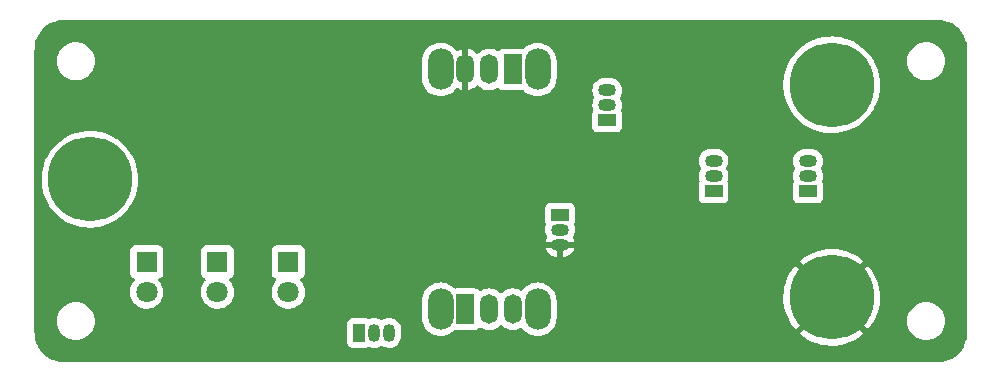
<source format=gbr>
%TF.GenerationSoftware,KiCad,Pcbnew,(6.99.0-143-g3f711b8958)*%
%TF.CreationDate,2021-12-29T15:34:20+01:00*%
%TF.ProjectId,Logic_Probe,4c6f6769-635f-4507-926f-62652e6b6963,rev?*%
%TF.SameCoordinates,Original*%
%TF.FileFunction,Copper,L2,Bot*%
%TF.FilePolarity,Positive*%
%FSLAX46Y46*%
G04 Gerber Fmt 4.6, Leading zero omitted, Abs format (unit mm)*
G04 Created by KiCad (PCBNEW (6.99.0-143-g3f711b8958)) date 2021-12-29 15:34:20*
%MOMM*%
%LPD*%
G01*
G04 APERTURE LIST*
%TA.AperFunction,ComponentPad*%
%ADD10C,7.160000*%
%TD*%
%TA.AperFunction,ComponentPad*%
%ADD11R,1.050000X1.500000*%
%TD*%
%TA.AperFunction,ComponentPad*%
%ADD12O,1.050000X1.500000*%
%TD*%
%TA.AperFunction,ComponentPad*%
%ADD13R,1.500000X1.050000*%
%TD*%
%TA.AperFunction,ComponentPad*%
%ADD14O,1.500000X1.050000*%
%TD*%
%TA.AperFunction,ComponentPad*%
%ADD15O,2.200000X3.500000*%
%TD*%
%TA.AperFunction,ComponentPad*%
%ADD16R,1.500000X2.500000*%
%TD*%
%TA.AperFunction,ComponentPad*%
%ADD17O,1.500000X2.500000*%
%TD*%
%TA.AperFunction,ComponentPad*%
%ADD18R,1.800000X1.800000*%
%TD*%
%TA.AperFunction,ComponentPad*%
%ADD19C,1.800000*%
%TD*%
G04 APERTURE END LIST*
D10*
%TO.P,J3,1,Pin_1*%
%TO.N,Net-(D9-A)*%
X239000000Y-72000000D03*
%TD*%
D11*
%TO.P,Q5,1,E*%
%TO.N,VCC*%
X199000000Y-93000000D03*
D12*
%TO.P,Q5,2,B*%
%TO.N,Net-(Q5-B)*%
X200270000Y-93000000D03*
%TO.P,Q5,3,C*%
%TO.N,Net-(Q5-C)*%
X201540000Y-93000000D03*
%TD*%
D13*
%TO.P,Q1,1,E*%
%TO.N,Net-(Q1-E)*%
X237000000Y-81000000D03*
D14*
%TO.P,Q1,2,B*%
%TO.N,Net-(Q1-B)*%
X237000000Y-79730000D03*
%TO.P,Q1,3,C*%
%TO.N,Net-(D3-K)*%
X237000000Y-78460000D03*
%TD*%
D15*
%TO.P,SW2,*%
%TO.N,*%
X205900000Y-91000000D03*
X214100000Y-91000000D03*
D16*
%TO.P,SW2,1,A*%
%TO.N,unconnected-(SW2-A)*%
X208000000Y-91000000D03*
D17*
%TO.P,SW2,2,B*%
%TO.N,Net-(Q5-C)*%
X210000000Y-91000000D03*
%TO.P,SW2,3,C*%
%TO.N,Net-(SW2-C)*%
X212000000Y-91000000D03*
%TD*%
D10*
%TO.P,J1,1,Pin_1*%
%TO.N,Net-(J1-Pin_1)*%
X176200000Y-80000000D03*
%TD*%
D13*
%TO.P,Q4,1,E*%
%TO.N,Net-(Q2-E)*%
X216000000Y-83000000D03*
D14*
%TO.P,Q4,2,B*%
%TO.N,Net-(Q2-B)*%
X216000000Y-84270000D03*
%TO.P,Q4,3,C*%
%TO.N,GND*%
X216000000Y-85540000D03*
%TD*%
D15*
%TO.P,SW1,*%
%TO.N,*%
X214100000Y-70702500D03*
X205900000Y-70702500D03*
D16*
%TO.P,SW1,1,A*%
%TO.N,Net-(SW1-A)*%
X212000000Y-70702500D03*
D17*
%TO.P,SW1,2,B*%
%TO.N,Net-(SW1-B)*%
X210000000Y-70702500D03*
%TO.P,SW1,3,C*%
%TO.N,GND*%
X208000000Y-70702500D03*
%TD*%
D10*
%TO.P,J2,1,Pin_1*%
%TO.N,GND*%
X239000000Y-90000000D03*
%TD*%
D18*
%TO.P,D6,1,K*%
%TO.N,Net-(D6-K)*%
X181000000Y-87000000D03*
D19*
%TO.P,D6,2,A*%
%TO.N,Net-(D6-A)*%
X181000000Y-89540000D03*
%TD*%
D13*
%TO.P,Q2,1,E*%
%TO.N,Net-(Q2-E)*%
X220000000Y-75000000D03*
D14*
%TO.P,Q2,2,B*%
%TO.N,Net-(Q2-B)*%
X220000000Y-73730000D03*
%TO.P,Q2,3,C*%
%TO.N,VCC*%
X220000000Y-72460000D03*
%TD*%
D18*
%TO.P,D8,1,K*%
%TO.N,Net-(D8-K)*%
X193000000Y-87000000D03*
D19*
%TO.P,D8,2,A*%
%TO.N,Net-(D8-A)*%
X193000000Y-89540000D03*
%TD*%
D13*
%TO.P,Q3,1,E*%
%TO.N,Net-(D5-K)*%
X229000000Y-81000000D03*
D14*
%TO.P,Q3,2,B*%
%TO.N,Net-(D3-K)*%
X229000000Y-79730000D03*
%TO.P,Q3,3,C*%
%TO.N,Net-(Q1-B)*%
X229000000Y-78460000D03*
%TD*%
D18*
%TO.P,D4,1,K*%
%TO.N,Net-(D4-K)*%
X187000000Y-87000000D03*
D19*
%TO.P,D4,2,A*%
%TO.N,Net-(D4-A)*%
X187000000Y-89540000D03*
%TD*%
%TA.AperFunction,Conductor*%
%TO.N,GND*%
G36*
X247970057Y-66509500D02*
G01*
X247984858Y-66511805D01*
X247984861Y-66511805D01*
X247993730Y-66513186D01*
X248010899Y-66510941D01*
X248034839Y-66510108D01*
X248292770Y-66525710D01*
X248307874Y-66527544D01*
X248378648Y-66540514D01*
X248588879Y-66579040D01*
X248603641Y-66582678D01*
X248876408Y-66667675D01*
X248890627Y-66673069D01*
X249151140Y-66790316D01*
X249164609Y-66797385D01*
X249409095Y-66945182D01*
X249421617Y-66953825D01*
X249646507Y-67130016D01*
X249657895Y-67140106D01*
X249859894Y-67342105D01*
X249869984Y-67353493D01*
X250046175Y-67578383D01*
X250054818Y-67590905D01*
X250202615Y-67835391D01*
X250209684Y-67848860D01*
X250318522Y-68090688D01*
X250326930Y-68109370D01*
X250332325Y-68123592D01*
X250415809Y-68391500D01*
X250417321Y-68396353D01*
X250420960Y-68411121D01*
X250430713Y-68464340D01*
X250472456Y-68692126D01*
X250474290Y-68707230D01*
X250489455Y-68957929D01*
X250488198Y-68984639D01*
X250488195Y-68984859D01*
X250486814Y-68993730D01*
X250487978Y-69002632D01*
X250487978Y-69002635D01*
X250490936Y-69025251D01*
X250492000Y-69041589D01*
X250492000Y-92950672D01*
X250490500Y-92970056D01*
X250486814Y-92993730D01*
X250488454Y-93006270D01*
X250489059Y-93010897D01*
X250489892Y-93034839D01*
X250474290Y-93292770D01*
X250472456Y-93307874D01*
X250465788Y-93344259D01*
X250423656Y-93574174D01*
X250420962Y-93588873D01*
X250417322Y-93603641D01*
X250332326Y-93876404D01*
X250326931Y-93890627D01*
X250229964Y-94106081D01*
X250209686Y-94151136D01*
X250202615Y-94164609D01*
X250054818Y-94409095D01*
X250046175Y-94421617D01*
X249869984Y-94646507D01*
X249859894Y-94657895D01*
X249657895Y-94859894D01*
X249646507Y-94869984D01*
X249421617Y-95046175D01*
X249409095Y-95054818D01*
X249164609Y-95202615D01*
X249151140Y-95209684D01*
X248890630Y-95326930D01*
X248876408Y-95332325D01*
X248603641Y-95417322D01*
X248588879Y-95420960D01*
X248378648Y-95459486D01*
X248307874Y-95472456D01*
X248292770Y-95474290D01*
X248042071Y-95489455D01*
X248015361Y-95488198D01*
X248015141Y-95488195D01*
X248006270Y-95486814D01*
X247997368Y-95487978D01*
X247997365Y-95487978D01*
X247974749Y-95490936D01*
X247958411Y-95492000D01*
X174049328Y-95492000D01*
X174029943Y-95490500D01*
X174015142Y-95488195D01*
X174015139Y-95488195D01*
X174006270Y-95486814D01*
X173989101Y-95489059D01*
X173965161Y-95489892D01*
X173707230Y-95474290D01*
X173692126Y-95472456D01*
X173621352Y-95459486D01*
X173411121Y-95420960D01*
X173396359Y-95417322D01*
X173123592Y-95332325D01*
X173109370Y-95326930D01*
X172848860Y-95209684D01*
X172835391Y-95202615D01*
X172590905Y-95054818D01*
X172578383Y-95046175D01*
X172353493Y-94869984D01*
X172342105Y-94859894D01*
X172140106Y-94657895D01*
X172130016Y-94646507D01*
X171953825Y-94421617D01*
X171945182Y-94409095D01*
X171797385Y-94164609D01*
X171790314Y-94151136D01*
X171770037Y-94106081D01*
X171673069Y-93890627D01*
X171667674Y-93876404D01*
X171643284Y-93798134D01*
X197966500Y-93798134D01*
X197973255Y-93860316D01*
X198024385Y-93996705D01*
X198111739Y-94113261D01*
X198228295Y-94200615D01*
X198364684Y-94251745D01*
X198426866Y-94258500D01*
X199573134Y-94258500D01*
X199635316Y-94251745D01*
X199676623Y-94236260D01*
X199763296Y-94203768D01*
X199763299Y-94203766D01*
X199771705Y-94200615D01*
X199778894Y-94195227D01*
X199779137Y-94195094D01*
X199848494Y-94179924D01*
X199876907Y-94185248D01*
X200061180Y-94242290D01*
X200067305Y-94242934D01*
X200067306Y-94242934D01*
X200256622Y-94262832D01*
X200256623Y-94262832D01*
X200262750Y-94263476D01*
X200346014Y-94255898D01*
X200458457Y-94245665D01*
X200458460Y-94245664D01*
X200464596Y-94245106D01*
X200470502Y-94243368D01*
X200470506Y-94243367D01*
X200653120Y-94189620D01*
X200653119Y-94189620D01*
X200659029Y-94187881D01*
X200664486Y-94185028D01*
X200664489Y-94185027D01*
X200801765Y-94113261D01*
X200838460Y-94094077D01*
X200838462Y-94094077D01*
X200838645Y-94093981D01*
X200838663Y-94094016D01*
X200904441Y-94074111D01*
X200965409Y-94089271D01*
X201137565Y-94182356D01*
X201206733Y-94203767D01*
X201325293Y-94240468D01*
X201325296Y-94240469D01*
X201331180Y-94242290D01*
X201337305Y-94242934D01*
X201337306Y-94242934D01*
X201526622Y-94262832D01*
X201526623Y-94262832D01*
X201532750Y-94263476D01*
X201616014Y-94255898D01*
X201728457Y-94245665D01*
X201728460Y-94245664D01*
X201734596Y-94245106D01*
X201740502Y-94243368D01*
X201740506Y-94243367D01*
X201923120Y-94189620D01*
X201923119Y-94189620D01*
X201929029Y-94187881D01*
X201934486Y-94185028D01*
X201934489Y-94185027D01*
X202071765Y-94113261D01*
X202108645Y-94093981D01*
X202266601Y-93966981D01*
X202396881Y-93811719D01*
X202399845Y-93806327D01*
X202399848Y-93806323D01*
X202491556Y-93639506D01*
X202494523Y-93634109D01*
X202555807Y-93440916D01*
X202573500Y-93283183D01*
X202573500Y-92723996D01*
X202558723Y-92573287D01*
X202500142Y-92379258D01*
X202404990Y-92200302D01*
X202276890Y-92043237D01*
X202230585Y-92004930D01*
X202125472Y-91917973D01*
X202125469Y-91917971D01*
X202120722Y-91914044D01*
X201942435Y-91817644D01*
X201845628Y-91787677D01*
X201754707Y-91759532D01*
X201754704Y-91759531D01*
X201748820Y-91757710D01*
X201742695Y-91757066D01*
X201742694Y-91757066D01*
X201553378Y-91737168D01*
X201553377Y-91737168D01*
X201547250Y-91736524D01*
X201463986Y-91744102D01*
X201351543Y-91754335D01*
X201351540Y-91754336D01*
X201345404Y-91754894D01*
X201339498Y-91756632D01*
X201339494Y-91756633D01*
X201204947Y-91796233D01*
X201150971Y-91812119D01*
X201145514Y-91814972D01*
X201145511Y-91814973D01*
X201061163Y-91859069D01*
X200971540Y-91905923D01*
X200971538Y-91905923D01*
X200971355Y-91906019D01*
X200971337Y-91905984D01*
X200905559Y-91925889D01*
X200844591Y-91910729D01*
X200835815Y-91905984D01*
X200672435Y-91817644D01*
X200575628Y-91787677D01*
X200484707Y-91759532D01*
X200484704Y-91759531D01*
X200478820Y-91757710D01*
X200472695Y-91757066D01*
X200472694Y-91757066D01*
X200283378Y-91737168D01*
X200283377Y-91737168D01*
X200277250Y-91736524D01*
X200193986Y-91744102D01*
X200081543Y-91754335D01*
X200081540Y-91754336D01*
X200075404Y-91754894D01*
X200069498Y-91756632D01*
X200069494Y-91756633D01*
X199886879Y-91810380D01*
X199886877Y-91810381D01*
X199885493Y-91810788D01*
X199880971Y-91812119D01*
X199880718Y-91811260D01*
X199815338Y-91817714D01*
X199778594Y-91804548D01*
X199771705Y-91799385D01*
X199763304Y-91796236D01*
X199763301Y-91796234D01*
X199646722Y-91752531D01*
X199635316Y-91748255D01*
X199573134Y-91741500D01*
X198426866Y-91741500D01*
X198364684Y-91748255D01*
X198228295Y-91799385D01*
X198111739Y-91886739D01*
X198024385Y-92003295D01*
X197973255Y-92139684D01*
X197966500Y-92201866D01*
X197966500Y-93798134D01*
X171643284Y-93798134D01*
X171582678Y-93603641D01*
X171579038Y-93588873D01*
X171576345Y-93574174D01*
X171534212Y-93344259D01*
X171527544Y-93307874D01*
X171525710Y-93292770D01*
X171510545Y-93042071D01*
X171511802Y-93015361D01*
X171511805Y-93015141D01*
X171513186Y-93006270D01*
X171511547Y-92993730D01*
X171509064Y-92974749D01*
X171508000Y-92958411D01*
X171508000Y-92000000D01*
X173386526Y-92000000D01*
X173406391Y-92252403D01*
X173465495Y-92498591D01*
X173467388Y-92503162D01*
X173467389Y-92503164D01*
X173560138Y-92727079D01*
X173562384Y-92732502D01*
X173694672Y-92948376D01*
X173859102Y-93140898D01*
X174051624Y-93305328D01*
X174267498Y-93437616D01*
X174272068Y-93439509D01*
X174272072Y-93439511D01*
X174496836Y-93532611D01*
X174501409Y-93534505D01*
X174586032Y-93554821D01*
X174742784Y-93592454D01*
X174742790Y-93592455D01*
X174747597Y-93593609D01*
X174847416Y-93601465D01*
X174934345Y-93608307D01*
X174934352Y-93608307D01*
X174936801Y-93608500D01*
X175063199Y-93608500D01*
X175065648Y-93608307D01*
X175065655Y-93608307D01*
X175152584Y-93601465D01*
X175252403Y-93593609D01*
X175257210Y-93592455D01*
X175257216Y-93592454D01*
X175413968Y-93554821D01*
X175498591Y-93534505D01*
X175503164Y-93532611D01*
X175727928Y-93439511D01*
X175727932Y-93439509D01*
X175732502Y-93437616D01*
X175948376Y-93305328D01*
X176140898Y-93140898D01*
X176305328Y-92948376D01*
X176437616Y-92732502D01*
X176439863Y-92727079D01*
X176532611Y-92503164D01*
X176532612Y-92503162D01*
X176534505Y-92498591D01*
X176593609Y-92252403D01*
X176613474Y-92000000D01*
X176593609Y-91747597D01*
X176592146Y-91741500D01*
X176585351Y-91713199D01*
X204291500Y-91713199D01*
X204291693Y-91715648D01*
X204291693Y-91715655D01*
X204298035Y-91796233D01*
X204306391Y-91902403D01*
X204307545Y-91907210D01*
X204307546Y-91907216D01*
X204329822Y-92000000D01*
X204365495Y-92148591D01*
X204367388Y-92153162D01*
X204367389Y-92153164D01*
X204451688Y-92356679D01*
X204462384Y-92382502D01*
X204594672Y-92598376D01*
X204759102Y-92790898D01*
X204951624Y-92955328D01*
X205167498Y-93087616D01*
X205172068Y-93089509D01*
X205172072Y-93089511D01*
X205396836Y-93182611D01*
X205401409Y-93184505D01*
X205486032Y-93204821D01*
X205642784Y-93242454D01*
X205642790Y-93242455D01*
X205647597Y-93243609D01*
X205900000Y-93263474D01*
X206152403Y-93243609D01*
X206157210Y-93242455D01*
X206157216Y-93242454D01*
X206313968Y-93204821D01*
X206398591Y-93184505D01*
X206403164Y-93182611D01*
X206627928Y-93089511D01*
X206627932Y-93089509D01*
X206632502Y-93087616D01*
X206848376Y-92955328D01*
X207040898Y-92790898D01*
X207043093Y-92788328D01*
X207105024Y-92754510D01*
X207145414Y-92752368D01*
X207198467Y-92758131D01*
X207198471Y-92758131D01*
X207201866Y-92758500D01*
X208798134Y-92758500D01*
X208860316Y-92751745D01*
X208996705Y-92700615D01*
X209113261Y-92613261D01*
X209137579Y-92580813D01*
X209194436Y-92538299D01*
X209265254Y-92533273D01*
X209308680Y-92551798D01*
X209386601Y-92604159D01*
X209386610Y-92604164D01*
X209391262Y-92607290D01*
X209596967Y-92697588D01*
X209602418Y-92698897D01*
X209602422Y-92698898D01*
X209809954Y-92748722D01*
X209815411Y-92750032D01*
X209893079Y-92754510D01*
X210034083Y-92762640D01*
X210034086Y-92762640D01*
X210039690Y-92762963D01*
X210262715Y-92735975D01*
X210477435Y-92669918D01*
X210482415Y-92667348D01*
X210482419Y-92667346D01*
X210672081Y-92569454D01*
X210672082Y-92569454D01*
X210677064Y-92566882D01*
X210855292Y-92430123D01*
X210859063Y-92425978D01*
X210859067Y-92425975D01*
X210906480Y-92373869D01*
X210967121Y-92336946D01*
X211038096Y-92338669D01*
X211087358Y-92368183D01*
X211204799Y-92481992D01*
X211391262Y-92607290D01*
X211596967Y-92697588D01*
X211602418Y-92698897D01*
X211602422Y-92698898D01*
X211809954Y-92748722D01*
X211815411Y-92750032D01*
X211893079Y-92754510D01*
X212034083Y-92762640D01*
X212034086Y-92762640D01*
X212039690Y-92762963D01*
X212262715Y-92735975D01*
X212477435Y-92669918D01*
X212482415Y-92667348D01*
X212482419Y-92667346D01*
X212651278Y-92580191D01*
X212720985Y-92566722D01*
X212786909Y-92593077D01*
X212804879Y-92610327D01*
X212955889Y-92787137D01*
X212955894Y-92787142D01*
X212959102Y-92790898D01*
X213151624Y-92955328D01*
X213367498Y-93087616D01*
X213372068Y-93089509D01*
X213372072Y-93089511D01*
X213596836Y-93182611D01*
X213601409Y-93184505D01*
X213686032Y-93204821D01*
X213842784Y-93242454D01*
X213842790Y-93242455D01*
X213847597Y-93243609D01*
X214100000Y-93263474D01*
X214352403Y-93243609D01*
X214357210Y-93242455D01*
X214357216Y-93242454D01*
X214513968Y-93204821D01*
X214598591Y-93184505D01*
X214603164Y-93182611D01*
X214827928Y-93089511D01*
X214827932Y-93089509D01*
X214832502Y-93087616D01*
X214865813Y-93067203D01*
X236298337Y-93067203D01*
X236298392Y-93067983D01*
X236303744Y-93076030D01*
X236345036Y-93114806D01*
X236349746Y-93118814D01*
X236661666Y-93359025D01*
X236666719Y-93362537D01*
X237000619Y-93571180D01*
X237005976Y-93574174D01*
X237358642Y-93749240D01*
X237364282Y-93751704D01*
X237732325Y-93891510D01*
X237738197Y-93893418D01*
X238118143Y-93996647D01*
X238124121Y-93997961D01*
X238512359Y-94063627D01*
X238518445Y-94064352D01*
X238911218Y-94091818D01*
X238917354Y-94091946D01*
X239310932Y-94080953D01*
X239317063Y-94080481D01*
X239707664Y-94031136D01*
X239713737Y-94030066D01*
X240097674Y-93942838D01*
X240103589Y-93941186D01*
X240477180Y-93816909D01*
X240482914Y-93814685D01*
X240842610Y-93654538D01*
X240848079Y-93651775D01*
X241190434Y-93457291D01*
X241195608Y-93454007D01*
X241517336Y-93227053D01*
X241522199Y-93223253D01*
X241691958Y-93076721D01*
X241700376Y-93063678D01*
X241694437Y-93053647D01*
X239012812Y-90372022D01*
X238998868Y-90364408D01*
X238997035Y-90364539D01*
X238990420Y-90368790D01*
X236305951Y-93053259D01*
X236298337Y-93067203D01*
X214865813Y-93067203D01*
X215048376Y-92955328D01*
X215240898Y-92790898D01*
X215405328Y-92598376D01*
X215537616Y-92382502D01*
X215548313Y-92356679D01*
X215632611Y-92153164D01*
X215632612Y-92153162D01*
X215634505Y-92148591D01*
X215670178Y-92000000D01*
X215692454Y-91907216D01*
X215692455Y-91907210D01*
X215693609Y-91902403D01*
X215701965Y-91796233D01*
X215708307Y-91715655D01*
X215708307Y-91715648D01*
X215708500Y-91713199D01*
X215708500Y-90286801D01*
X215693609Y-90097597D01*
X215685765Y-90064922D01*
X215657200Y-89945943D01*
X234907577Y-89945943D01*
X234921317Y-90339410D01*
X234921831Y-90345539D01*
X234973904Y-90735801D01*
X234975014Y-90741848D01*
X235064920Y-91125166D01*
X235066614Y-91131076D01*
X235193498Y-91503793D01*
X235195765Y-91509518D01*
X235358405Y-91868056D01*
X235361226Y-91873546D01*
X235558084Y-92214513D01*
X235561404Y-92219666D01*
X235790611Y-92539818D01*
X235794425Y-92544629D01*
X235923340Y-92691888D01*
X235936554Y-92700286D01*
X235946350Y-92694440D01*
X238627978Y-90012812D01*
X238634356Y-90001132D01*
X239364408Y-90001132D01*
X239364539Y-90002965D01*
X239368790Y-90009580D01*
X242053950Y-92694740D01*
X242067894Y-92702354D01*
X242068909Y-92702282D01*
X242076640Y-92697179D01*
X242096212Y-92676627D01*
X242100222Y-92671981D01*
X242342607Y-92361742D01*
X242346179Y-92356679D01*
X242557128Y-92024276D01*
X242560171Y-92018920D01*
X242569728Y-92000000D01*
X245386526Y-92000000D01*
X245406391Y-92252403D01*
X245465495Y-92498591D01*
X245467388Y-92503162D01*
X245467389Y-92503164D01*
X245560138Y-92727079D01*
X245562384Y-92732502D01*
X245694672Y-92948376D01*
X245859102Y-93140898D01*
X246051624Y-93305328D01*
X246267498Y-93437616D01*
X246272068Y-93439509D01*
X246272072Y-93439511D01*
X246496836Y-93532611D01*
X246501409Y-93534505D01*
X246586032Y-93554821D01*
X246742784Y-93592454D01*
X246742790Y-93592455D01*
X246747597Y-93593609D01*
X246847416Y-93601465D01*
X246934345Y-93608307D01*
X246934352Y-93608307D01*
X246936801Y-93608500D01*
X247063199Y-93608500D01*
X247065648Y-93608307D01*
X247065655Y-93608307D01*
X247152584Y-93601465D01*
X247252403Y-93593609D01*
X247257210Y-93592455D01*
X247257216Y-93592454D01*
X247413968Y-93554821D01*
X247498591Y-93534505D01*
X247503164Y-93532611D01*
X247727928Y-93439511D01*
X247727932Y-93439509D01*
X247732502Y-93437616D01*
X247948376Y-93305328D01*
X248140898Y-93140898D01*
X248305328Y-92948376D01*
X248437616Y-92732502D01*
X248439863Y-92727079D01*
X248532611Y-92503164D01*
X248532612Y-92503162D01*
X248534505Y-92498591D01*
X248593609Y-92252403D01*
X248613474Y-92000000D01*
X248593609Y-91747597D01*
X248592146Y-91741500D01*
X248535660Y-91506221D01*
X248534505Y-91501409D01*
X248437616Y-91267498D01*
X248305328Y-91051624D01*
X248140898Y-90859102D01*
X247948376Y-90694672D01*
X247732502Y-90562384D01*
X247727932Y-90560491D01*
X247727928Y-90560489D01*
X247503164Y-90467389D01*
X247503162Y-90467388D01*
X247498591Y-90465495D01*
X247413968Y-90445179D01*
X247257216Y-90407546D01*
X247257210Y-90407545D01*
X247252403Y-90406391D01*
X247152584Y-90398535D01*
X247065655Y-90391693D01*
X247065648Y-90391693D01*
X247063199Y-90391500D01*
X246936801Y-90391500D01*
X246934352Y-90391693D01*
X246934345Y-90391693D01*
X246847416Y-90398535D01*
X246747597Y-90406391D01*
X246742790Y-90407545D01*
X246742784Y-90407546D01*
X246586032Y-90445179D01*
X246501409Y-90465495D01*
X246496838Y-90467388D01*
X246496836Y-90467389D01*
X246272072Y-90560489D01*
X246272068Y-90560491D01*
X246267498Y-90562384D01*
X246051624Y-90694672D01*
X245859102Y-90859102D01*
X245694672Y-91051624D01*
X245562384Y-91267498D01*
X245465495Y-91501409D01*
X245464340Y-91506221D01*
X245407855Y-91741500D01*
X245406391Y-91747597D01*
X245386526Y-92000000D01*
X242569728Y-92000000D01*
X242737687Y-91667499D01*
X242740195Y-91661864D01*
X242882566Y-91294809D01*
X242884515Y-91288950D01*
X242990390Y-90909748D01*
X242991751Y-90903756D01*
X243060123Y-90516000D01*
X243060891Y-90509924D01*
X243091184Y-90116232D01*
X243091361Y-90112323D01*
X243092902Y-90001974D01*
X243092834Y-89998030D01*
X243073546Y-89603673D01*
X243072945Y-89597548D01*
X243015433Y-89208073D01*
X243014233Y-89202011D01*
X242918990Y-88820015D01*
X242917205Y-88814100D01*
X242785134Y-88443205D01*
X242782791Y-88437521D01*
X242615155Y-88081274D01*
X242612266Y-88075840D01*
X242410668Y-87737658D01*
X242407260Y-87732528D01*
X242173616Y-87415619D01*
X242169738Y-87410864D01*
X242076965Y-87307830D01*
X242063442Y-87299499D01*
X242063365Y-87299500D01*
X242054081Y-87305129D01*
X239372022Y-89987188D01*
X239364408Y-90001132D01*
X238634356Y-90001132D01*
X238635592Y-89998868D01*
X238635461Y-89997035D01*
X238631210Y-89990420D01*
X235947291Y-87306501D01*
X235933347Y-87298887D01*
X235932802Y-87298926D01*
X235924442Y-87304528D01*
X235866729Y-87366852D01*
X235862771Y-87371569D01*
X235624732Y-87685175D01*
X235621254Y-87690253D01*
X235414952Y-88025593D01*
X235411987Y-88030986D01*
X235239395Y-88384852D01*
X235236969Y-88390510D01*
X235099729Y-88759539D01*
X235097871Y-88765396D01*
X234997294Y-89146065D01*
X234996019Y-89152065D01*
X234933070Y-89540723D01*
X234932383Y-89546844D01*
X234907663Y-89939767D01*
X234907577Y-89945943D01*
X215657200Y-89945943D01*
X215635660Y-89856221D01*
X215634505Y-89851409D01*
X215632611Y-89846836D01*
X215539511Y-89622072D01*
X215539509Y-89622068D01*
X215537616Y-89617498D01*
X215405328Y-89401624D01*
X215240898Y-89209102D01*
X215048376Y-89044672D01*
X214832502Y-88912384D01*
X214827932Y-88910491D01*
X214827928Y-88910489D01*
X214603164Y-88817389D01*
X214603162Y-88817388D01*
X214598591Y-88815495D01*
X214513968Y-88795179D01*
X214357216Y-88757546D01*
X214357210Y-88757545D01*
X214352403Y-88756391D01*
X214100000Y-88736526D01*
X213847597Y-88756391D01*
X213842790Y-88757545D01*
X213842784Y-88757546D01*
X213686032Y-88795179D01*
X213601409Y-88815495D01*
X213596838Y-88817388D01*
X213596836Y-88817389D01*
X213372072Y-88910489D01*
X213372068Y-88910491D01*
X213367498Y-88912384D01*
X213151624Y-89044672D01*
X212959102Y-89209102D01*
X212955894Y-89212858D01*
X212804617Y-89389980D01*
X212745166Y-89428789D01*
X212674172Y-89429295D01*
X212638534Y-89412733D01*
X212608738Y-89392710D01*
X212403033Y-89302412D01*
X212397582Y-89301103D01*
X212397578Y-89301102D01*
X212190046Y-89251278D01*
X212190045Y-89251278D01*
X212184589Y-89249968D01*
X212100525Y-89245121D01*
X211965917Y-89237360D01*
X211965914Y-89237360D01*
X211960310Y-89237037D01*
X211737285Y-89264025D01*
X211522565Y-89330082D01*
X211517585Y-89332652D01*
X211517581Y-89332654D01*
X211375790Y-89405838D01*
X211322936Y-89433118D01*
X211144708Y-89569877D01*
X211140937Y-89574022D01*
X211140933Y-89574025D01*
X211093520Y-89626131D01*
X211032879Y-89663054D01*
X210961904Y-89661331D01*
X210912642Y-89631817D01*
X210845207Y-89566467D01*
X210799229Y-89521911D01*
X210799226Y-89521909D01*
X210795201Y-89518008D01*
X210608738Y-89392710D01*
X210403033Y-89302412D01*
X210397582Y-89301103D01*
X210397578Y-89301102D01*
X210190046Y-89251278D01*
X210190045Y-89251278D01*
X210184589Y-89249968D01*
X210100525Y-89245121D01*
X209965917Y-89237360D01*
X209965914Y-89237360D01*
X209960310Y-89237037D01*
X209737285Y-89264025D01*
X209522565Y-89330082D01*
X209517585Y-89332652D01*
X209517581Y-89332654D01*
X209375790Y-89405838D01*
X209322936Y-89433118D01*
X209318488Y-89436531D01*
X209318482Y-89436535D01*
X209312986Y-89440752D01*
X209246766Y-89466352D01*
X209177217Y-89452087D01*
X209135458Y-89416356D01*
X209118641Y-89393918D01*
X209113261Y-89386739D01*
X208996705Y-89299385D01*
X208860316Y-89248255D01*
X208798134Y-89241500D01*
X207201866Y-89241500D01*
X207198471Y-89241869D01*
X207198467Y-89241869D01*
X207145414Y-89247632D01*
X207075531Y-89235103D01*
X207043240Y-89211845D01*
X207040898Y-89209102D01*
X206848376Y-89044672D01*
X206632502Y-88912384D01*
X206627932Y-88910491D01*
X206627928Y-88910489D01*
X206403164Y-88817389D01*
X206403162Y-88817388D01*
X206398591Y-88815495D01*
X206313968Y-88795179D01*
X206157216Y-88757546D01*
X206157210Y-88757545D01*
X206152403Y-88756391D01*
X205900000Y-88736526D01*
X205647597Y-88756391D01*
X205642790Y-88757545D01*
X205642784Y-88757546D01*
X205486032Y-88795179D01*
X205401409Y-88815495D01*
X205396838Y-88817388D01*
X205396836Y-88817389D01*
X205172072Y-88910489D01*
X205172068Y-88910491D01*
X205167498Y-88912384D01*
X204951624Y-89044672D01*
X204759102Y-89209102D01*
X204594672Y-89401624D01*
X204462384Y-89617498D01*
X204460491Y-89622068D01*
X204460489Y-89622072D01*
X204367389Y-89846836D01*
X204365495Y-89851409D01*
X204364340Y-89856221D01*
X204314236Y-90064922D01*
X204306391Y-90097597D01*
X204291500Y-90286801D01*
X204291500Y-91713199D01*
X176585351Y-91713199D01*
X176535660Y-91506221D01*
X176534505Y-91501409D01*
X176437616Y-91267498D01*
X176305328Y-91051624D01*
X176140898Y-90859102D01*
X175948376Y-90694672D01*
X175732502Y-90562384D01*
X175727932Y-90560491D01*
X175727928Y-90560489D01*
X175503164Y-90467389D01*
X175503162Y-90467388D01*
X175498591Y-90465495D01*
X175413968Y-90445179D01*
X175257216Y-90407546D01*
X175257210Y-90407545D01*
X175252403Y-90406391D01*
X175152584Y-90398535D01*
X175065655Y-90391693D01*
X175065648Y-90391693D01*
X175063199Y-90391500D01*
X174936801Y-90391500D01*
X174934352Y-90391693D01*
X174934345Y-90391693D01*
X174847416Y-90398535D01*
X174747597Y-90406391D01*
X174742790Y-90407545D01*
X174742784Y-90407546D01*
X174586032Y-90445179D01*
X174501409Y-90465495D01*
X174496838Y-90467388D01*
X174496836Y-90467389D01*
X174272072Y-90560489D01*
X174272068Y-90560491D01*
X174267498Y-90562384D01*
X174051624Y-90694672D01*
X173859102Y-90859102D01*
X173694672Y-91051624D01*
X173562384Y-91267498D01*
X173465495Y-91501409D01*
X173464340Y-91506221D01*
X173407855Y-91741500D01*
X173406391Y-91747597D01*
X173386526Y-92000000D01*
X171508000Y-92000000D01*
X171508000Y-89505469D01*
X179587095Y-89505469D01*
X179587392Y-89510622D01*
X179587392Y-89510625D01*
X179596181Y-89663054D01*
X179600427Y-89736697D01*
X179601564Y-89741743D01*
X179601565Y-89741749D01*
X179627363Y-89856221D01*
X179651346Y-89962642D01*
X179653288Y-89967424D01*
X179653289Y-89967428D01*
X179708149Y-90102531D01*
X179738484Y-90177237D01*
X179859501Y-90374719D01*
X180011147Y-90549784D01*
X180163785Y-90676507D01*
X180182556Y-90692090D01*
X180189349Y-90697730D01*
X180389322Y-90814584D01*
X180605694Y-90897209D01*
X180610760Y-90898240D01*
X180610761Y-90898240D01*
X180637873Y-90903756D01*
X180832656Y-90943385D01*
X180963324Y-90948176D01*
X181058949Y-90951683D01*
X181058953Y-90951683D01*
X181064113Y-90951872D01*
X181069233Y-90951216D01*
X181069235Y-90951216D01*
X181142270Y-90941860D01*
X181293847Y-90922442D01*
X181298795Y-90920957D01*
X181298802Y-90920956D01*
X181510747Y-90857369D01*
X181515690Y-90855886D01*
X181596236Y-90816427D01*
X181719049Y-90756262D01*
X181719052Y-90756260D01*
X181723684Y-90753991D01*
X181912243Y-90619494D01*
X182076303Y-90456005D01*
X182211458Y-90267917D01*
X182258641Y-90172450D01*
X182311784Y-90064922D01*
X182311785Y-90064920D01*
X182314078Y-90060280D01*
X182381408Y-89838671D01*
X182411640Y-89609041D01*
X182413327Y-89540000D01*
X182410488Y-89505469D01*
X185587095Y-89505469D01*
X185587392Y-89510622D01*
X185587392Y-89510625D01*
X185596181Y-89663054D01*
X185600427Y-89736697D01*
X185601564Y-89741743D01*
X185601565Y-89741749D01*
X185627363Y-89856221D01*
X185651346Y-89962642D01*
X185653288Y-89967424D01*
X185653289Y-89967428D01*
X185708149Y-90102531D01*
X185738484Y-90177237D01*
X185859501Y-90374719D01*
X186011147Y-90549784D01*
X186163785Y-90676507D01*
X186182556Y-90692090D01*
X186189349Y-90697730D01*
X186389322Y-90814584D01*
X186605694Y-90897209D01*
X186610760Y-90898240D01*
X186610761Y-90898240D01*
X186637873Y-90903756D01*
X186832656Y-90943385D01*
X186963324Y-90948176D01*
X187058949Y-90951683D01*
X187058953Y-90951683D01*
X187064113Y-90951872D01*
X187069233Y-90951216D01*
X187069235Y-90951216D01*
X187142270Y-90941860D01*
X187293847Y-90922442D01*
X187298795Y-90920957D01*
X187298802Y-90920956D01*
X187510747Y-90857369D01*
X187515690Y-90855886D01*
X187596236Y-90816427D01*
X187719049Y-90756262D01*
X187719052Y-90756260D01*
X187723684Y-90753991D01*
X187912243Y-90619494D01*
X188076303Y-90456005D01*
X188211458Y-90267917D01*
X188258641Y-90172450D01*
X188311784Y-90064922D01*
X188311785Y-90064920D01*
X188314078Y-90060280D01*
X188381408Y-89838671D01*
X188411640Y-89609041D01*
X188413327Y-89540000D01*
X188410488Y-89505469D01*
X191587095Y-89505469D01*
X191587392Y-89510622D01*
X191587392Y-89510625D01*
X191596181Y-89663054D01*
X191600427Y-89736697D01*
X191601564Y-89741743D01*
X191601565Y-89741749D01*
X191627363Y-89856221D01*
X191651346Y-89962642D01*
X191653288Y-89967424D01*
X191653289Y-89967428D01*
X191708149Y-90102531D01*
X191738484Y-90177237D01*
X191859501Y-90374719D01*
X192011147Y-90549784D01*
X192163785Y-90676507D01*
X192182556Y-90692090D01*
X192189349Y-90697730D01*
X192389322Y-90814584D01*
X192605694Y-90897209D01*
X192610760Y-90898240D01*
X192610761Y-90898240D01*
X192637873Y-90903756D01*
X192832656Y-90943385D01*
X192963324Y-90948176D01*
X193058949Y-90951683D01*
X193058953Y-90951683D01*
X193064113Y-90951872D01*
X193069233Y-90951216D01*
X193069235Y-90951216D01*
X193142270Y-90941860D01*
X193293847Y-90922442D01*
X193298795Y-90920957D01*
X193298802Y-90920956D01*
X193510747Y-90857369D01*
X193515690Y-90855886D01*
X193596236Y-90816427D01*
X193719049Y-90756262D01*
X193719052Y-90756260D01*
X193723684Y-90753991D01*
X193912243Y-90619494D01*
X194076303Y-90456005D01*
X194211458Y-90267917D01*
X194258641Y-90172450D01*
X194311784Y-90064922D01*
X194311785Y-90064920D01*
X194314078Y-90060280D01*
X194381408Y-89838671D01*
X194411640Y-89609041D01*
X194413327Y-89540000D01*
X194403162Y-89416356D01*
X194394773Y-89314318D01*
X194394772Y-89314312D01*
X194394349Y-89309167D01*
X194337925Y-89084533D01*
X194335866Y-89079797D01*
X194247630Y-88876868D01*
X194247628Y-88876865D01*
X194245570Y-88872131D01*
X194119764Y-88677665D01*
X194029848Y-88578848D01*
X193998796Y-88515002D01*
X194007192Y-88444504D01*
X194052369Y-88389736D01*
X194078812Y-88376067D01*
X194138297Y-88353767D01*
X194146705Y-88350615D01*
X194263261Y-88263261D01*
X194350615Y-88146705D01*
X194401745Y-88010316D01*
X194408500Y-87948134D01*
X194408500Y-86936645D01*
X236299665Y-86936645D01*
X236305415Y-86946205D01*
X238987188Y-89627978D01*
X239001132Y-89635592D01*
X239002965Y-89635461D01*
X239009580Y-89631210D01*
X241693089Y-86947701D01*
X241700703Y-86933757D01*
X241700681Y-86933446D01*
X241694829Y-86924779D01*
X241611197Y-86848411D01*
X241606473Y-86844503D01*
X241291206Y-86608654D01*
X241286100Y-86605210D01*
X240949325Y-86401251D01*
X240943929Y-86398334D01*
X240588846Y-86228207D01*
X240583179Y-86225825D01*
X240213211Y-86091168D01*
X240207323Y-86089346D01*
X239825982Y-85991433D01*
X239819959Y-85990197D01*
X239430876Y-85929963D01*
X239424751Y-85929319D01*
X239031644Y-85907342D01*
X239025492Y-85907299D01*
X238632127Y-85923786D01*
X238626001Y-85924343D01*
X238236114Y-85979138D01*
X238230061Y-85980293D01*
X237847385Y-86072872D01*
X237841488Y-86074608D01*
X237469676Y-86204086D01*
X237463963Y-86206394D01*
X237106559Y-86371538D01*
X237101105Y-86374390D01*
X236761517Y-86573624D01*
X236756370Y-86576993D01*
X236437836Y-86808421D01*
X236433058Y-86812262D01*
X236308042Y-86923257D01*
X236299665Y-86936645D01*
X194408500Y-86936645D01*
X194408500Y-86051866D01*
X194401745Y-85989684D01*
X194350615Y-85853295D01*
X194314995Y-85805768D01*
X214776363Y-85805768D01*
X214810846Y-85922932D01*
X214815439Y-85934300D01*
X214903586Y-86102911D01*
X214910302Y-86113173D01*
X215029515Y-86261443D01*
X215038103Y-86270213D01*
X215183838Y-86392499D01*
X215193969Y-86399437D01*
X215360692Y-86491094D01*
X215371962Y-86495924D01*
X215553315Y-86553452D01*
X215565309Y-86556002D01*
X215713350Y-86572607D01*
X215720374Y-86573000D01*
X215727885Y-86573000D01*
X215743124Y-86568525D01*
X215744329Y-86567135D01*
X215746000Y-86559452D01*
X215746000Y-86554885D01*
X216254000Y-86554885D01*
X216258475Y-86570124D01*
X216259865Y-86571329D01*
X216267548Y-86573000D01*
X216272890Y-86573000D01*
X216279035Y-86572700D01*
X216420481Y-86558830D01*
X216432519Y-86556447D01*
X216614651Y-86501458D01*
X216625993Y-86496783D01*
X216793977Y-86407465D01*
X216804193Y-86400678D01*
X216951634Y-86280428D01*
X216960338Y-86271784D01*
X217081610Y-86125191D01*
X217088470Y-86115020D01*
X217178962Y-85947658D01*
X217183714Y-85936353D01*
X217222422Y-85811308D01*
X217222628Y-85797205D01*
X217215873Y-85794000D01*
X216272115Y-85794000D01*
X216256876Y-85798475D01*
X216255671Y-85799865D01*
X216254000Y-85807548D01*
X216254000Y-86554885D01*
X215746000Y-86554885D01*
X215746000Y-85812115D01*
X215741525Y-85796876D01*
X215740135Y-85795671D01*
X215732452Y-85794000D01*
X214791014Y-85794000D01*
X214777483Y-85797973D01*
X214776363Y-85805768D01*
X194314995Y-85805768D01*
X194263261Y-85736739D01*
X194146705Y-85649385D01*
X194010316Y-85598255D01*
X193948134Y-85591500D01*
X192051866Y-85591500D01*
X191989684Y-85598255D01*
X191853295Y-85649385D01*
X191736739Y-85736739D01*
X191649385Y-85853295D01*
X191598255Y-85989684D01*
X191591500Y-86051866D01*
X191591500Y-87948134D01*
X191598255Y-88010316D01*
X191649385Y-88146705D01*
X191736739Y-88263261D01*
X191853295Y-88350615D01*
X191861704Y-88353767D01*
X191861705Y-88353768D01*
X191921164Y-88376058D01*
X191977929Y-88418699D01*
X192002629Y-88485261D01*
X191987422Y-88554609D01*
X191968029Y-88581091D01*
X191901639Y-88650564D01*
X191898725Y-88654836D01*
X191898724Y-88654837D01*
X191883152Y-88677665D01*
X191771119Y-88841899D01*
X191673602Y-89051981D01*
X191611707Y-89275169D01*
X191587095Y-89505469D01*
X188410488Y-89505469D01*
X188403162Y-89416356D01*
X188394773Y-89314318D01*
X188394772Y-89314312D01*
X188394349Y-89309167D01*
X188337925Y-89084533D01*
X188335866Y-89079797D01*
X188247630Y-88876868D01*
X188247628Y-88876865D01*
X188245570Y-88872131D01*
X188119764Y-88677665D01*
X188029848Y-88578848D01*
X187998796Y-88515002D01*
X188007192Y-88444504D01*
X188052369Y-88389736D01*
X188078812Y-88376067D01*
X188138297Y-88353767D01*
X188146705Y-88350615D01*
X188263261Y-88263261D01*
X188350615Y-88146705D01*
X188401745Y-88010316D01*
X188408500Y-87948134D01*
X188408500Y-86051866D01*
X188401745Y-85989684D01*
X188350615Y-85853295D01*
X188263261Y-85736739D01*
X188146705Y-85649385D01*
X188010316Y-85598255D01*
X187948134Y-85591500D01*
X186051866Y-85591500D01*
X185989684Y-85598255D01*
X185853295Y-85649385D01*
X185736739Y-85736739D01*
X185649385Y-85853295D01*
X185598255Y-85989684D01*
X185591500Y-86051866D01*
X185591500Y-87948134D01*
X185598255Y-88010316D01*
X185649385Y-88146705D01*
X185736739Y-88263261D01*
X185853295Y-88350615D01*
X185861704Y-88353767D01*
X185861705Y-88353768D01*
X185921164Y-88376058D01*
X185977929Y-88418699D01*
X186002629Y-88485261D01*
X185987422Y-88554609D01*
X185968029Y-88581091D01*
X185901639Y-88650564D01*
X185898725Y-88654836D01*
X185898724Y-88654837D01*
X185883152Y-88677665D01*
X185771119Y-88841899D01*
X185673602Y-89051981D01*
X185611707Y-89275169D01*
X185587095Y-89505469D01*
X182410488Y-89505469D01*
X182403162Y-89416356D01*
X182394773Y-89314318D01*
X182394772Y-89314312D01*
X182394349Y-89309167D01*
X182337925Y-89084533D01*
X182335866Y-89079797D01*
X182247630Y-88876868D01*
X182247628Y-88876865D01*
X182245570Y-88872131D01*
X182119764Y-88677665D01*
X182029848Y-88578848D01*
X181998796Y-88515002D01*
X182007192Y-88444504D01*
X182052369Y-88389736D01*
X182078812Y-88376067D01*
X182138297Y-88353767D01*
X182146705Y-88350615D01*
X182263261Y-88263261D01*
X182350615Y-88146705D01*
X182401745Y-88010316D01*
X182408500Y-87948134D01*
X182408500Y-86051866D01*
X182401745Y-85989684D01*
X182350615Y-85853295D01*
X182263261Y-85736739D01*
X182146705Y-85649385D01*
X182010316Y-85598255D01*
X181948134Y-85591500D01*
X180051866Y-85591500D01*
X179989684Y-85598255D01*
X179853295Y-85649385D01*
X179736739Y-85736739D01*
X179649385Y-85853295D01*
X179598255Y-85989684D01*
X179591500Y-86051866D01*
X179591500Y-87948134D01*
X179598255Y-88010316D01*
X179649385Y-88146705D01*
X179736739Y-88263261D01*
X179853295Y-88350615D01*
X179861704Y-88353767D01*
X179861705Y-88353768D01*
X179921164Y-88376058D01*
X179977929Y-88418699D01*
X180002629Y-88485261D01*
X179987422Y-88554609D01*
X179968029Y-88581091D01*
X179901639Y-88650564D01*
X179898725Y-88654836D01*
X179898724Y-88654837D01*
X179883152Y-88677665D01*
X179771119Y-88841899D01*
X179673602Y-89051981D01*
X179611707Y-89275169D01*
X179587095Y-89505469D01*
X171508000Y-89505469D01*
X171508000Y-84262750D01*
X214736524Y-84262750D01*
X214754894Y-84464596D01*
X214812119Y-84659029D01*
X214814972Y-84664486D01*
X214814973Y-84664489D01*
X214903162Y-84833181D01*
X214903165Y-84833185D01*
X214906019Y-84838645D01*
X214906221Y-84838897D01*
X214926201Y-84904912D01*
X214911041Y-84965885D01*
X214821038Y-85132342D01*
X214816286Y-85143647D01*
X214777578Y-85268692D01*
X214777372Y-85282795D01*
X214784127Y-85286000D01*
X215553758Y-85286000D01*
X215567803Y-85286785D01*
X215716817Y-85303500D01*
X216276004Y-85303500D01*
X216426713Y-85288723D01*
X216429002Y-85288032D01*
X216449724Y-85286000D01*
X217208986Y-85286000D01*
X217222517Y-85282027D01*
X217223637Y-85274232D01*
X217189154Y-85157068D01*
X217184561Y-85145700D01*
X217096416Y-84977093D01*
X217094403Y-84974017D01*
X217093846Y-84972178D01*
X217093560Y-84971630D01*
X217093664Y-84971576D01*
X217073839Y-84906064D01*
X217088999Y-84845094D01*
X217179426Y-84677853D01*
X217182356Y-84672435D01*
X217242290Y-84478820D01*
X217263476Y-84277250D01*
X217246657Y-84092447D01*
X217245665Y-84081543D01*
X217245664Y-84081540D01*
X217245106Y-84075404D01*
X217241787Y-84064125D01*
X217189620Y-83886879D01*
X217189619Y-83886877D01*
X217187881Y-83880971D01*
X217188740Y-83880718D01*
X217182286Y-83815338D01*
X217195452Y-83778594D01*
X217200615Y-83771705D01*
X217203769Y-83763294D01*
X217248971Y-83642715D01*
X217251745Y-83635316D01*
X217258500Y-83573134D01*
X217258500Y-82426866D01*
X217251745Y-82364684D01*
X217200615Y-82228295D01*
X217113261Y-82111739D01*
X216996705Y-82024385D01*
X216860316Y-81973255D01*
X216798134Y-81966500D01*
X215201866Y-81966500D01*
X215139684Y-81973255D01*
X215003295Y-82024385D01*
X214886739Y-82111739D01*
X214799385Y-82228295D01*
X214748255Y-82364684D01*
X214741500Y-82426866D01*
X214741500Y-83573134D01*
X214748255Y-83635316D01*
X214799385Y-83771705D01*
X214804773Y-83778894D01*
X214804906Y-83779137D01*
X214820076Y-83848494D01*
X214814752Y-83876907D01*
X214757710Y-84061180D01*
X214736524Y-84262750D01*
X171508000Y-84262750D01*
X171508000Y-79942847D01*
X172106968Y-79942847D01*
X172107076Y-79945936D01*
X172117230Y-80236704D01*
X172120925Y-80342529D01*
X172121331Y-80345573D01*
X172121332Y-80345583D01*
X172132178Y-80426866D01*
X172173818Y-80738943D01*
X172174518Y-80741927D01*
X172174519Y-80741933D01*
X172213906Y-80909859D01*
X172265142Y-81128302D01*
X172394024Y-81506892D01*
X172559235Y-81871099D01*
X172759199Y-82217445D01*
X172760988Y-82219944D01*
X172760990Y-82219947D01*
X172911576Y-82430283D01*
X172992005Y-82542626D01*
X173255432Y-82843536D01*
X173546966Y-83117305D01*
X173549416Y-83119192D01*
X173549421Y-83119196D01*
X173685051Y-83223645D01*
X173863823Y-83361318D01*
X173866422Y-83362942D01*
X173866432Y-83362949D01*
X174012824Y-83454424D01*
X174202980Y-83573246D01*
X174561199Y-83751068D01*
X174935060Y-83893084D01*
X175320996Y-83997941D01*
X175625374Y-84049422D01*
X175712300Y-84064125D01*
X175712303Y-84064125D01*
X175715322Y-84064636D01*
X175869314Y-84075404D01*
X176111208Y-84092319D01*
X176111216Y-84092319D01*
X176114274Y-84092533D01*
X176370313Y-84085382D01*
X176510970Y-84081453D01*
X176510973Y-84081453D01*
X176514044Y-84081367D01*
X176517097Y-84080981D01*
X176517101Y-84080981D01*
X176720433Y-84055294D01*
X176910817Y-84031243D01*
X176913821Y-84030561D01*
X176913824Y-84030560D01*
X177297809Y-83943321D01*
X177297815Y-83943319D01*
X177300805Y-83942640D01*
X177468428Y-83886879D01*
X177677361Y-83817376D01*
X177677367Y-83817374D01*
X177680285Y-83816403D01*
X177765913Y-83778279D01*
X178042836Y-83654985D01*
X178042842Y-83654982D01*
X178045636Y-83653738D01*
X178091894Y-83627460D01*
X178390697Y-83457717D01*
X178390705Y-83457712D01*
X178393370Y-83456198D01*
X178395885Y-83454424D01*
X178717637Y-83227454D01*
X178717645Y-83227448D01*
X178720168Y-83225668D01*
X179022910Y-82964348D01*
X179025031Y-82962121D01*
X179025037Y-82962115D01*
X179296590Y-82676955D01*
X179298707Y-82674732D01*
X179400109Y-82544944D01*
X179543016Y-82362031D01*
X179543018Y-82362028D01*
X179544926Y-82359586D01*
X179546582Y-82356976D01*
X179546588Y-82356968D01*
X179757563Y-82024524D01*
X179757567Y-82024517D01*
X179759217Y-82021917D01*
X179785327Y-81970229D01*
X179938150Y-81667689D01*
X179939535Y-81664948D01*
X179940642Y-81662094D01*
X179940646Y-81662085D01*
X180083043Y-81294964D01*
X180083046Y-81294954D01*
X180084158Y-81292088D01*
X180191707Y-80906893D01*
X180261153Y-80513043D01*
X180291835Y-80114295D01*
X180293431Y-80000000D01*
X180290140Y-79932694D01*
X180279872Y-79722750D01*
X227736524Y-79722750D01*
X227754894Y-79924596D01*
X227756632Y-79930502D01*
X227756633Y-79930506D01*
X227810149Y-80112337D01*
X227810788Y-80114507D01*
X227812119Y-80119029D01*
X227811260Y-80119282D01*
X227817714Y-80184662D01*
X227804548Y-80221406D01*
X227799385Y-80228295D01*
X227796236Y-80236696D01*
X227796234Y-80236699D01*
X227765976Y-80317414D01*
X227748255Y-80364684D01*
X227741500Y-80426866D01*
X227741500Y-81573134D01*
X227748255Y-81635316D01*
X227799385Y-81771705D01*
X227886739Y-81888261D01*
X228003295Y-81975615D01*
X228139684Y-82026745D01*
X228201866Y-82033500D01*
X229798134Y-82033500D01*
X229860316Y-82026745D01*
X229996705Y-81975615D01*
X230113261Y-81888261D01*
X230200615Y-81771705D01*
X230251745Y-81635316D01*
X230258500Y-81573134D01*
X230258500Y-80426866D01*
X230251745Y-80364684D01*
X230236260Y-80323377D01*
X230203768Y-80236704D01*
X230203766Y-80236701D01*
X230200615Y-80228295D01*
X230195227Y-80221106D01*
X230195094Y-80220863D01*
X230179924Y-80151506D01*
X230185248Y-80123092D01*
X230186428Y-80119282D01*
X230242290Y-79938820D01*
X230263476Y-79737250D01*
X230262156Y-79722750D01*
X235736524Y-79722750D01*
X235754894Y-79924596D01*
X235756632Y-79930502D01*
X235756633Y-79930506D01*
X235810149Y-80112337D01*
X235810788Y-80114507D01*
X235812119Y-80119029D01*
X235811260Y-80119282D01*
X235817714Y-80184662D01*
X235804548Y-80221406D01*
X235799385Y-80228295D01*
X235796236Y-80236696D01*
X235796234Y-80236699D01*
X235765976Y-80317414D01*
X235748255Y-80364684D01*
X235741500Y-80426866D01*
X235741500Y-81573134D01*
X235748255Y-81635316D01*
X235799385Y-81771705D01*
X235886739Y-81888261D01*
X236003295Y-81975615D01*
X236139684Y-82026745D01*
X236201866Y-82033500D01*
X237798134Y-82033500D01*
X237860316Y-82026745D01*
X237996705Y-81975615D01*
X238113261Y-81888261D01*
X238200615Y-81771705D01*
X238251745Y-81635316D01*
X238258500Y-81573134D01*
X238258500Y-80426866D01*
X238251745Y-80364684D01*
X238236260Y-80323377D01*
X238203768Y-80236704D01*
X238203766Y-80236701D01*
X238200615Y-80228295D01*
X238195227Y-80221106D01*
X238195094Y-80220863D01*
X238179924Y-80151506D01*
X238185248Y-80123092D01*
X238186428Y-80119282D01*
X238242290Y-79938820D01*
X238263476Y-79737250D01*
X238255898Y-79653986D01*
X238245665Y-79541543D01*
X238245664Y-79541540D01*
X238245106Y-79535404D01*
X238187881Y-79340971D01*
X238183951Y-79333452D01*
X238096835Y-79166815D01*
X238093981Y-79161355D01*
X238094016Y-79161337D01*
X238074111Y-79095559D01*
X238089271Y-79034591D01*
X238179426Y-78867853D01*
X238182356Y-78862435D01*
X238242290Y-78668820D01*
X238263476Y-78467250D01*
X238245106Y-78265404D01*
X238187881Y-78070971D01*
X238183951Y-78063452D01*
X238096835Y-77896815D01*
X238093981Y-77891355D01*
X238088630Y-77884699D01*
X237970840Y-77738199D01*
X237966981Y-77733399D01*
X237811719Y-77603119D01*
X237806327Y-77600155D01*
X237806323Y-77600152D01*
X237639506Y-77508444D01*
X237634109Y-77505477D01*
X237440916Y-77444193D01*
X237434799Y-77443507D01*
X237434795Y-77443506D01*
X237360652Y-77435190D01*
X237283183Y-77426500D01*
X236723996Y-77426500D01*
X236573287Y-77441277D01*
X236379258Y-77499858D01*
X236200302Y-77595010D01*
X236043237Y-77723110D01*
X236039310Y-77727857D01*
X236039308Y-77727859D01*
X235917973Y-77874528D01*
X235917971Y-77874531D01*
X235914044Y-77879278D01*
X235817644Y-78057565D01*
X235757710Y-78251180D01*
X235736524Y-78452750D01*
X235754894Y-78654596D01*
X235812119Y-78849029D01*
X235814972Y-78854486D01*
X235814973Y-78854489D01*
X235819127Y-78862435D01*
X235905923Y-79028460D01*
X235905923Y-79028462D01*
X235906019Y-79028645D01*
X235905984Y-79028663D01*
X235925889Y-79094441D01*
X235910729Y-79155409D01*
X235817644Y-79327565D01*
X235757710Y-79521180D01*
X235736524Y-79722750D01*
X230262156Y-79722750D01*
X230255898Y-79653986D01*
X230245665Y-79541543D01*
X230245664Y-79541540D01*
X230245106Y-79535404D01*
X230187881Y-79340971D01*
X230183951Y-79333452D01*
X230096835Y-79166815D01*
X230093981Y-79161355D01*
X230094016Y-79161337D01*
X230074111Y-79095559D01*
X230089271Y-79034591D01*
X230179426Y-78867853D01*
X230182356Y-78862435D01*
X230242290Y-78668820D01*
X230263476Y-78467250D01*
X230245106Y-78265404D01*
X230187881Y-78070971D01*
X230183951Y-78063452D01*
X230096835Y-77896815D01*
X230093981Y-77891355D01*
X230088630Y-77884699D01*
X229970840Y-77738199D01*
X229966981Y-77733399D01*
X229811719Y-77603119D01*
X229806327Y-77600155D01*
X229806323Y-77600152D01*
X229639506Y-77508444D01*
X229634109Y-77505477D01*
X229440916Y-77444193D01*
X229434799Y-77443507D01*
X229434795Y-77443506D01*
X229360652Y-77435190D01*
X229283183Y-77426500D01*
X228723996Y-77426500D01*
X228573287Y-77441277D01*
X228379258Y-77499858D01*
X228200302Y-77595010D01*
X228043237Y-77723110D01*
X228039310Y-77727857D01*
X228039308Y-77727859D01*
X227917973Y-77874528D01*
X227917971Y-77874531D01*
X227914044Y-77879278D01*
X227817644Y-78057565D01*
X227757710Y-78251180D01*
X227736524Y-78452750D01*
X227754894Y-78654596D01*
X227812119Y-78849029D01*
X227814972Y-78854486D01*
X227814973Y-78854489D01*
X227819127Y-78862435D01*
X227905923Y-79028460D01*
X227905923Y-79028462D01*
X227906019Y-79028645D01*
X227905984Y-79028663D01*
X227925889Y-79094441D01*
X227910729Y-79155409D01*
X227817644Y-79327565D01*
X227757710Y-79521180D01*
X227736524Y-79722750D01*
X180279872Y-79722750D01*
X180274045Y-79603621D01*
X180273895Y-79600551D01*
X180273445Y-79597503D01*
X180215922Y-79207961D01*
X180215921Y-79207957D01*
X180215472Y-79204915D01*
X180118721Y-78816868D01*
X180099280Y-78762270D01*
X179985597Y-78443014D01*
X179984565Y-78440115D01*
X179814285Y-78078251D01*
X179809946Y-78070971D01*
X179611086Y-77737381D01*
X179609506Y-77734730D01*
X179372182Y-77412832D01*
X179104579Y-77115628D01*
X178809251Y-76845957D01*
X178489018Y-76606392D01*
X178434220Y-76573205D01*
X178149563Y-76400810D01*
X178149554Y-76400805D01*
X178146935Y-76399219D01*
X177786268Y-76226417D01*
X177729981Y-76205930D01*
X177413356Y-76090688D01*
X177413355Y-76090688D01*
X177410460Y-76089634D01*
X177184551Y-76031630D01*
X177026083Y-75990942D01*
X177026080Y-75990941D01*
X177023099Y-75990176D01*
X176627880Y-75928993D01*
X176228577Y-75906669D01*
X176225499Y-75906798D01*
X176225495Y-75906798D01*
X175965840Y-75917681D01*
X175829002Y-75923416D01*
X175825958Y-75923844D01*
X175825956Y-75923844D01*
X175611150Y-75954033D01*
X175432968Y-75979075D01*
X175044255Y-76073114D01*
X174666574Y-76204637D01*
X174663776Y-76205930D01*
X174306327Y-76371094D01*
X174306317Y-76371099D01*
X174303530Y-76372387D01*
X173958588Y-76574763D01*
X173635041Y-76809834D01*
X173335976Y-77075355D01*
X173064250Y-77368793D01*
X172822455Y-77687347D01*
X172820844Y-77689965D01*
X172820841Y-77689970D01*
X172717677Y-77857661D01*
X172612899Y-78027975D01*
X172437583Y-78387426D01*
X172298180Y-78762270D01*
X172196020Y-79148928D01*
X172193978Y-79161538D01*
X172132573Y-79540663D01*
X172132572Y-79540673D01*
X172132080Y-79543710D01*
X172131886Y-79546790D01*
X172131886Y-79546792D01*
X172108503Y-79918457D01*
X172106968Y-79942847D01*
X171508000Y-79942847D01*
X171508000Y-73722750D01*
X218736524Y-73722750D01*
X218754894Y-73924596D01*
X218756632Y-73930502D01*
X218756633Y-73930506D01*
X218810380Y-74113121D01*
X218810788Y-74114507D01*
X218812119Y-74119029D01*
X218811260Y-74119282D01*
X218817714Y-74184662D01*
X218804548Y-74221406D01*
X218799385Y-74228295D01*
X218796236Y-74236696D01*
X218796234Y-74236699D01*
X218765976Y-74317414D01*
X218748255Y-74364684D01*
X218741500Y-74426866D01*
X218741500Y-75573134D01*
X218748255Y-75635316D01*
X218799385Y-75771705D01*
X218886739Y-75888261D01*
X219003295Y-75975615D01*
X219139684Y-76026745D01*
X219201866Y-76033500D01*
X220798134Y-76033500D01*
X220860316Y-76026745D01*
X220996705Y-75975615D01*
X221113261Y-75888261D01*
X221200615Y-75771705D01*
X221251745Y-75635316D01*
X221258500Y-75573134D01*
X221258500Y-74426866D01*
X221251745Y-74364684D01*
X221236260Y-74323377D01*
X221203768Y-74236704D01*
X221203766Y-74236701D01*
X221200615Y-74228295D01*
X221195227Y-74221106D01*
X221195094Y-74220863D01*
X221179924Y-74151506D01*
X221185248Y-74123092D01*
X221186428Y-74119282D01*
X221242290Y-73938820D01*
X221263476Y-73737250D01*
X221245106Y-73535404D01*
X221236715Y-73506892D01*
X221189620Y-73346880D01*
X221187881Y-73340971D01*
X221183951Y-73333452D01*
X221096835Y-73166815D01*
X221093981Y-73161355D01*
X221094016Y-73161337D01*
X221074111Y-73095559D01*
X221089271Y-73034591D01*
X221126582Y-72965586D01*
X221182356Y-72862435D01*
X221242290Y-72668820D01*
X221261123Y-72489642D01*
X221262832Y-72473378D01*
X221262832Y-72473377D01*
X221263476Y-72467250D01*
X221248821Y-72306221D01*
X221245665Y-72271543D01*
X221245664Y-72271540D01*
X221245106Y-72265404D01*
X221236496Y-72236148D01*
X221193253Y-72089222D01*
X221187881Y-72070971D01*
X221183951Y-72063452D01*
X221120900Y-71942847D01*
X234906968Y-71942847D01*
X234907076Y-71945936D01*
X234919864Y-72312137D01*
X234920925Y-72342529D01*
X234921331Y-72345573D01*
X234921332Y-72345583D01*
X234935831Y-72454245D01*
X234973818Y-72738943D01*
X234974518Y-72741927D01*
X234974519Y-72741933D01*
X235041767Y-73028645D01*
X235065142Y-73128302D01*
X235194024Y-73506892D01*
X235359235Y-73871099D01*
X235559199Y-74217445D01*
X235560988Y-74219944D01*
X235560990Y-74219947D01*
X235711576Y-74430283D01*
X235792005Y-74542626D01*
X236055432Y-74843536D01*
X236346966Y-75117305D01*
X236349416Y-75119192D01*
X236349421Y-75119196D01*
X236485051Y-75223645D01*
X236663823Y-75361318D01*
X236666422Y-75362942D01*
X236666432Y-75362949D01*
X236812824Y-75454424D01*
X237002980Y-75573246D01*
X237361199Y-75751068D01*
X237735060Y-75893084D01*
X238120996Y-75997941D01*
X238425374Y-76049422D01*
X238512300Y-76064125D01*
X238512303Y-76064125D01*
X238515322Y-76064636D01*
X238651052Y-76074127D01*
X238911208Y-76092319D01*
X238911216Y-76092319D01*
X238914274Y-76092533D01*
X239170313Y-76085382D01*
X239310970Y-76081453D01*
X239310973Y-76081453D01*
X239314044Y-76081367D01*
X239317097Y-76080981D01*
X239317101Y-76080981D01*
X239460323Y-76062888D01*
X239710817Y-76031243D01*
X239713821Y-76030561D01*
X239713824Y-76030560D01*
X240097809Y-75943321D01*
X240097815Y-75943319D01*
X240100805Y-75942640D01*
X240142346Y-75928821D01*
X240477361Y-75817376D01*
X240477367Y-75817374D01*
X240480285Y-75816403D01*
X240483095Y-75815152D01*
X240842836Y-75654985D01*
X240842842Y-75654982D01*
X240845636Y-75653738D01*
X240891894Y-75627460D01*
X241190697Y-75457717D01*
X241190705Y-75457712D01*
X241193370Y-75456198D01*
X241195885Y-75454424D01*
X241517637Y-75227454D01*
X241517645Y-75227448D01*
X241520168Y-75225668D01*
X241822910Y-74964348D01*
X241825031Y-74962121D01*
X241825037Y-74962115D01*
X242096590Y-74676955D01*
X242098707Y-74674732D01*
X242200109Y-74544944D01*
X242343016Y-74362031D01*
X242343018Y-74362028D01*
X242344926Y-74359586D01*
X242346582Y-74356976D01*
X242346588Y-74356968D01*
X242557563Y-74024524D01*
X242557567Y-74024517D01*
X242559217Y-74021917D01*
X242601193Y-73938820D01*
X242699917Y-73743378D01*
X242739535Y-73664948D01*
X242740642Y-73662094D01*
X242740646Y-73662085D01*
X242883043Y-73294964D01*
X242883046Y-73294954D01*
X242884158Y-73292088D01*
X242991707Y-72906893D01*
X243061153Y-72513043D01*
X243079735Y-72271543D01*
X243091685Y-72116246D01*
X243091685Y-72116242D01*
X243091835Y-72114295D01*
X243093431Y-72000000D01*
X243088385Y-71896815D01*
X243074045Y-71603621D01*
X243073895Y-71600551D01*
X243072650Y-71592117D01*
X243015922Y-71207961D01*
X243015921Y-71207957D01*
X243015472Y-71204915D01*
X242918721Y-70816868D01*
X242899280Y-70762270D01*
X242785597Y-70443014D01*
X242784565Y-70440115D01*
X242614285Y-70078251D01*
X242567638Y-70000000D01*
X245386526Y-70000000D01*
X245406391Y-70252403D01*
X245465495Y-70498591D01*
X245562384Y-70732502D01*
X245694672Y-70948376D01*
X245859102Y-71140898D01*
X246051624Y-71305328D01*
X246267498Y-71437616D01*
X246272068Y-71439509D01*
X246272072Y-71439511D01*
X246426831Y-71503614D01*
X246501409Y-71534505D01*
X246586032Y-71554821D01*
X246742784Y-71592454D01*
X246742790Y-71592455D01*
X246747597Y-71593609D01*
X246835802Y-71600551D01*
X246934345Y-71608307D01*
X246934352Y-71608307D01*
X246936801Y-71608500D01*
X247063199Y-71608500D01*
X247065648Y-71608307D01*
X247065655Y-71608307D01*
X247164198Y-71600551D01*
X247252403Y-71593609D01*
X247257210Y-71592455D01*
X247257216Y-71592454D01*
X247413968Y-71554821D01*
X247498591Y-71534505D01*
X247573169Y-71503614D01*
X247727928Y-71439511D01*
X247727932Y-71439509D01*
X247732502Y-71437616D01*
X247948376Y-71305328D01*
X248140898Y-71140898D01*
X248305328Y-70948376D01*
X248437616Y-70732502D01*
X248534505Y-70498591D01*
X248593609Y-70252403D01*
X248613474Y-70000000D01*
X248593609Y-69747597D01*
X248591157Y-69737381D01*
X248535660Y-69506221D01*
X248534505Y-69501409D01*
X248508462Y-69438536D01*
X248439511Y-69272072D01*
X248439509Y-69272068D01*
X248437616Y-69267498D01*
X248305328Y-69051624D01*
X248140898Y-68859102D01*
X247948376Y-68694672D01*
X247732502Y-68562384D01*
X247727932Y-68560491D01*
X247727928Y-68560489D01*
X247503164Y-68467389D01*
X247503162Y-68467388D01*
X247498591Y-68465495D01*
X247388339Y-68439026D01*
X247257216Y-68407546D01*
X247257210Y-68407545D01*
X247252403Y-68406391D01*
X247144428Y-68397893D01*
X247065655Y-68391693D01*
X247065648Y-68391693D01*
X247063199Y-68391500D01*
X246936801Y-68391500D01*
X246934352Y-68391693D01*
X246934345Y-68391693D01*
X246855572Y-68397893D01*
X246747597Y-68406391D01*
X246742790Y-68407545D01*
X246742784Y-68407546D01*
X246611661Y-68439026D01*
X246501409Y-68465495D01*
X246496838Y-68467388D01*
X246496836Y-68467389D01*
X246272072Y-68560489D01*
X246272068Y-68560491D01*
X246267498Y-68562384D01*
X246051624Y-68694672D01*
X245859102Y-68859102D01*
X245694672Y-69051624D01*
X245562384Y-69267498D01*
X245560491Y-69272068D01*
X245560489Y-69272072D01*
X245491538Y-69438536D01*
X245465495Y-69501409D01*
X245464340Y-69506221D01*
X245408844Y-69737381D01*
X245406391Y-69747597D01*
X245386526Y-70000000D01*
X242567638Y-70000000D01*
X242409506Y-69734730D01*
X242172182Y-69412832D01*
X241904579Y-69115628D01*
X241609251Y-68845957D01*
X241289018Y-68606392D01*
X241146185Y-68519889D01*
X240949563Y-68400810D01*
X240949554Y-68400805D01*
X240946935Y-68399219D01*
X240586268Y-68226417D01*
X240529981Y-68205930D01*
X240213356Y-68090688D01*
X240213355Y-68090688D01*
X240210460Y-68089634D01*
X240002388Y-68036210D01*
X239826083Y-67990942D01*
X239826080Y-67990941D01*
X239823099Y-67990176D01*
X239427880Y-67928993D01*
X239028577Y-67906669D01*
X239025499Y-67906798D01*
X239025495Y-67906798D01*
X238765840Y-67917681D01*
X238629002Y-67923416D01*
X238625958Y-67923844D01*
X238625956Y-67923844D01*
X238585961Y-67929465D01*
X238232968Y-67979075D01*
X237844255Y-68073114D01*
X237466574Y-68204637D01*
X237463776Y-68205930D01*
X237106327Y-68371094D01*
X237106317Y-68371099D01*
X237103530Y-68372387D01*
X236758588Y-68574763D01*
X236597052Y-68692126D01*
X236524842Y-68744590D01*
X236435041Y-68809834D01*
X236135976Y-69075355D01*
X236104069Y-69109812D01*
X235866907Y-69365924D01*
X235864250Y-69368793D01*
X235622455Y-69687347D01*
X235412899Y-70027975D01*
X235237583Y-70387426D01*
X235098180Y-70762270D01*
X234996020Y-71148928D01*
X234995529Y-71151961D01*
X234932573Y-71540663D01*
X234932572Y-71540673D01*
X234932080Y-71543710D01*
X234931886Y-71546790D01*
X234931886Y-71546792D01*
X234919844Y-71738199D01*
X234906968Y-71942847D01*
X221120900Y-71942847D01*
X221096835Y-71896815D01*
X221093981Y-71891355D01*
X221088630Y-71884699D01*
X220970840Y-71738199D01*
X220966981Y-71733399D01*
X220811719Y-71603119D01*
X220806327Y-71600155D01*
X220806323Y-71600152D01*
X220639506Y-71508444D01*
X220634109Y-71505477D01*
X220440916Y-71444193D01*
X220434799Y-71443507D01*
X220434795Y-71443506D01*
X220359228Y-71435030D01*
X220283183Y-71426500D01*
X219723996Y-71426500D01*
X219573287Y-71441277D01*
X219379258Y-71499858D01*
X219200302Y-71595010D01*
X219195528Y-71598904D01*
X219195526Y-71598905D01*
X219182271Y-71609716D01*
X219043237Y-71723110D01*
X219039310Y-71727857D01*
X219039308Y-71727859D01*
X218917973Y-71874528D01*
X218917971Y-71874531D01*
X218914044Y-71879278D01*
X218817644Y-72057565D01*
X218757710Y-72251180D01*
X218757066Y-72257305D01*
X218757066Y-72257306D01*
X218737168Y-72446622D01*
X218736524Y-72452750D01*
X218754894Y-72654596D01*
X218812119Y-72849029D01*
X218814972Y-72854486D01*
X218814973Y-72854489D01*
X218819127Y-72862435D01*
X218905923Y-73028460D01*
X218905923Y-73028462D01*
X218906019Y-73028645D01*
X218905984Y-73028663D01*
X218925889Y-73094441D01*
X218910729Y-73155409D01*
X218817644Y-73327565D01*
X218813494Y-73340971D01*
X218761264Y-73509700D01*
X218757710Y-73521180D01*
X218736524Y-73722750D01*
X171508000Y-73722750D01*
X171508000Y-70000000D01*
X173386526Y-70000000D01*
X173406391Y-70252403D01*
X173465495Y-70498591D01*
X173562384Y-70732502D01*
X173694672Y-70948376D01*
X173859102Y-71140898D01*
X174051624Y-71305328D01*
X174267498Y-71437616D01*
X174272068Y-71439509D01*
X174272072Y-71439511D01*
X174426831Y-71503614D01*
X174501409Y-71534505D01*
X174586032Y-71554821D01*
X174742784Y-71592454D01*
X174742790Y-71592455D01*
X174747597Y-71593609D01*
X174835802Y-71600551D01*
X174934345Y-71608307D01*
X174934352Y-71608307D01*
X174936801Y-71608500D01*
X175063199Y-71608500D01*
X175065648Y-71608307D01*
X175065655Y-71608307D01*
X175164198Y-71600551D01*
X175252403Y-71593609D01*
X175257210Y-71592455D01*
X175257216Y-71592454D01*
X175413968Y-71554821D01*
X175498591Y-71534505D01*
X175573169Y-71503614D01*
X175727928Y-71439511D01*
X175727932Y-71439509D01*
X175732502Y-71437616D01*
X175768267Y-71415699D01*
X204291500Y-71415699D01*
X204291693Y-71418148D01*
X204291693Y-71418155D01*
X204293889Y-71446056D01*
X204306391Y-71604903D01*
X204307545Y-71609710D01*
X204307546Y-71609716D01*
X204334770Y-71723110D01*
X204365495Y-71851091D01*
X204367388Y-71855662D01*
X204367389Y-71855664D01*
X204459020Y-72076880D01*
X204462384Y-72085002D01*
X204594672Y-72300876D01*
X204759102Y-72493398D01*
X204951624Y-72657828D01*
X205167498Y-72790116D01*
X205172068Y-72792009D01*
X205172072Y-72792011D01*
X205396836Y-72885111D01*
X205401409Y-72887005D01*
X205471649Y-72903868D01*
X205642784Y-72944954D01*
X205642790Y-72944955D01*
X205647597Y-72946109D01*
X205900000Y-72965974D01*
X206152403Y-72946109D01*
X206157210Y-72944955D01*
X206157216Y-72944954D01*
X206328351Y-72903868D01*
X206398591Y-72887005D01*
X206403164Y-72885111D01*
X206627928Y-72792011D01*
X206627932Y-72792009D01*
X206632502Y-72790116D01*
X206848376Y-72657828D01*
X207040898Y-72493398D01*
X207195710Y-72312137D01*
X207255161Y-72273328D01*
X207326155Y-72272822D01*
X207361799Y-72289388D01*
X207386848Y-72306221D01*
X207396642Y-72311605D01*
X207591990Y-72397357D01*
X207602582Y-72400922D01*
X207728384Y-72431124D01*
X207742470Y-72430419D01*
X207746000Y-72421540D01*
X207746000Y-72420911D01*
X208254000Y-72420911D01*
X208258105Y-72434893D01*
X208267728Y-72436386D01*
X208267973Y-72436334D01*
X208471883Y-72373602D01*
X208482229Y-72369381D01*
X208671814Y-72271529D01*
X208681245Y-72265543D01*
X208850501Y-72135668D01*
X208858730Y-72128102D01*
X208906120Y-72076021D01*
X208966761Y-72039098D01*
X209037736Y-72040821D01*
X209086999Y-72070336D01*
X209154417Y-72135668D01*
X209204799Y-72184492D01*
X209391262Y-72309790D01*
X209596967Y-72400088D01*
X209602418Y-72401397D01*
X209602422Y-72401398D01*
X209790794Y-72446622D01*
X209815411Y-72452532D01*
X209899475Y-72457379D01*
X210034083Y-72465140D01*
X210034086Y-72465140D01*
X210039690Y-72465463D01*
X210262715Y-72438475D01*
X210477435Y-72372418D01*
X210482415Y-72369848D01*
X210482419Y-72369846D01*
X210672081Y-72271954D01*
X210672082Y-72271954D01*
X210677064Y-72269382D01*
X210681513Y-72265968D01*
X210681518Y-72265965D01*
X210687014Y-72261748D01*
X210753234Y-72236148D01*
X210822783Y-72250413D01*
X210864542Y-72286144D01*
X210871460Y-72295375D01*
X210886739Y-72315761D01*
X211003295Y-72403115D01*
X211139684Y-72454245D01*
X211201866Y-72461000D01*
X212798134Y-72461000D01*
X212801529Y-72460631D01*
X212801533Y-72460631D01*
X212854586Y-72454868D01*
X212924469Y-72467397D01*
X212956760Y-72490655D01*
X212959102Y-72493398D01*
X213151624Y-72657828D01*
X213367498Y-72790116D01*
X213372068Y-72792009D01*
X213372072Y-72792011D01*
X213596836Y-72885111D01*
X213601409Y-72887005D01*
X213671649Y-72903868D01*
X213842784Y-72944954D01*
X213842790Y-72944955D01*
X213847597Y-72946109D01*
X214100000Y-72965974D01*
X214352403Y-72946109D01*
X214357210Y-72944955D01*
X214357216Y-72944954D01*
X214528351Y-72903868D01*
X214598591Y-72887005D01*
X214603164Y-72885111D01*
X214827928Y-72792011D01*
X214827932Y-72792009D01*
X214832502Y-72790116D01*
X215048376Y-72657828D01*
X215240898Y-72493398D01*
X215405328Y-72300876D01*
X215537616Y-72085002D01*
X215540981Y-72076880D01*
X215632611Y-71855664D01*
X215632612Y-71855662D01*
X215634505Y-71851091D01*
X215665230Y-71723110D01*
X215692454Y-71609716D01*
X215692455Y-71609710D01*
X215693609Y-71604903D01*
X215706111Y-71446056D01*
X215708307Y-71418155D01*
X215708307Y-71418148D01*
X215708500Y-71415699D01*
X215708500Y-69989301D01*
X215693609Y-69800097D01*
X215679850Y-69742784D01*
X215635660Y-69558721D01*
X215634505Y-69553909D01*
X215586716Y-69438536D01*
X215539511Y-69324572D01*
X215539509Y-69324568D01*
X215537616Y-69319998D01*
X215405328Y-69104124D01*
X215240898Y-68911602D01*
X215048376Y-68747172D01*
X214832502Y-68614884D01*
X214827932Y-68612991D01*
X214827928Y-68612989D01*
X214603164Y-68519889D01*
X214603162Y-68519888D01*
X214598591Y-68517995D01*
X214513968Y-68497679D01*
X214357216Y-68460046D01*
X214357210Y-68460045D01*
X214352403Y-68458891D01*
X214100000Y-68439026D01*
X213847597Y-68458891D01*
X213842790Y-68460045D01*
X213842784Y-68460046D01*
X213686032Y-68497679D01*
X213601409Y-68517995D01*
X213596838Y-68519888D01*
X213596836Y-68519889D01*
X213372072Y-68612989D01*
X213372068Y-68612991D01*
X213367498Y-68614884D01*
X213151624Y-68747172D01*
X212959102Y-68911602D01*
X212956907Y-68914172D01*
X212894976Y-68947990D01*
X212854586Y-68950132D01*
X212801533Y-68944369D01*
X212801529Y-68944369D01*
X212798134Y-68944000D01*
X211201866Y-68944000D01*
X211139684Y-68950755D01*
X211003295Y-69001885D01*
X210886739Y-69089239D01*
X210862421Y-69121687D01*
X210805564Y-69164201D01*
X210734746Y-69169227D01*
X210691320Y-69150702D01*
X210613399Y-69098341D01*
X210613390Y-69098336D01*
X210608738Y-69095210D01*
X210403033Y-69004912D01*
X210397582Y-69003603D01*
X210397578Y-69003602D01*
X210190046Y-68953778D01*
X210190045Y-68953778D01*
X210184589Y-68952468D01*
X210100525Y-68947621D01*
X209965917Y-68939860D01*
X209965914Y-68939860D01*
X209960310Y-68939537D01*
X209737285Y-68966525D01*
X209522565Y-69032582D01*
X209517585Y-69035152D01*
X209517581Y-69035154D01*
X209349931Y-69121685D01*
X209322936Y-69135618D01*
X209144708Y-69272377D01*
X209140942Y-69276516D01*
X209140932Y-69276525D01*
X209093182Y-69329002D01*
X209032542Y-69365924D01*
X208961566Y-69364201D01*
X208912304Y-69334686D01*
X208798918Y-69224807D01*
X208790221Y-69217765D01*
X208613156Y-69098781D01*
X208603358Y-69093395D01*
X208408010Y-69007643D01*
X208397418Y-69004078D01*
X208271616Y-68973876D01*
X208257530Y-68974581D01*
X208254000Y-68983460D01*
X208254000Y-72420911D01*
X207746000Y-72420911D01*
X207746000Y-68984089D01*
X207741895Y-68970107D01*
X207732272Y-68968614D01*
X207732027Y-68968666D01*
X207528117Y-69031398D01*
X207517766Y-69035621D01*
X207349055Y-69122699D01*
X207279348Y-69136168D01*
X207213425Y-69109812D01*
X207195455Y-69092564D01*
X207044106Y-68915358D01*
X207040898Y-68911602D01*
X206848376Y-68747172D01*
X206632502Y-68614884D01*
X206627932Y-68612991D01*
X206627928Y-68612989D01*
X206403164Y-68519889D01*
X206403162Y-68519888D01*
X206398591Y-68517995D01*
X206313968Y-68497679D01*
X206157216Y-68460046D01*
X206157210Y-68460045D01*
X206152403Y-68458891D01*
X205900000Y-68439026D01*
X205647597Y-68458891D01*
X205642790Y-68460045D01*
X205642784Y-68460046D01*
X205486032Y-68497679D01*
X205401409Y-68517995D01*
X205396838Y-68519888D01*
X205396836Y-68519889D01*
X205172072Y-68612989D01*
X205172068Y-68612991D01*
X205167498Y-68614884D01*
X204951624Y-68747172D01*
X204759102Y-68911602D01*
X204594672Y-69104124D01*
X204462384Y-69319998D01*
X204460491Y-69324568D01*
X204460489Y-69324572D01*
X204413284Y-69438536D01*
X204365495Y-69553909D01*
X204364340Y-69558721D01*
X204320151Y-69742784D01*
X204306391Y-69800097D01*
X204291500Y-69989301D01*
X204291500Y-71415699D01*
X175768267Y-71415699D01*
X175948376Y-71305328D01*
X176140898Y-71140898D01*
X176305328Y-70948376D01*
X176437616Y-70732502D01*
X176534505Y-70498591D01*
X176593609Y-70252403D01*
X176613474Y-70000000D01*
X176593609Y-69747597D01*
X176591157Y-69737381D01*
X176535660Y-69506221D01*
X176534505Y-69501409D01*
X176508462Y-69438536D01*
X176439511Y-69272072D01*
X176439509Y-69272068D01*
X176437616Y-69267498D01*
X176305328Y-69051624D01*
X176140898Y-68859102D01*
X175948376Y-68694672D01*
X175732502Y-68562384D01*
X175727932Y-68560491D01*
X175727928Y-68560489D01*
X175503164Y-68467389D01*
X175503162Y-68467388D01*
X175498591Y-68465495D01*
X175388339Y-68439026D01*
X175257216Y-68407546D01*
X175257210Y-68407545D01*
X175252403Y-68406391D01*
X175144428Y-68397893D01*
X175065655Y-68391693D01*
X175065648Y-68391693D01*
X175063199Y-68391500D01*
X174936801Y-68391500D01*
X174934352Y-68391693D01*
X174934345Y-68391693D01*
X174855572Y-68397893D01*
X174747597Y-68406391D01*
X174742790Y-68407545D01*
X174742784Y-68407546D01*
X174611661Y-68439026D01*
X174501409Y-68465495D01*
X174496838Y-68467388D01*
X174496836Y-68467389D01*
X174272072Y-68560489D01*
X174272068Y-68560491D01*
X174267498Y-68562384D01*
X174051624Y-68694672D01*
X173859102Y-68859102D01*
X173694672Y-69051624D01*
X173562384Y-69267498D01*
X173560491Y-69272068D01*
X173560489Y-69272072D01*
X173491538Y-69438536D01*
X173465495Y-69501409D01*
X173464340Y-69506221D01*
X173408844Y-69737381D01*
X173406391Y-69747597D01*
X173386526Y-70000000D01*
X171508000Y-70000000D01*
X171508000Y-69049328D01*
X171509500Y-69029943D01*
X171511805Y-69015142D01*
X171511805Y-69015139D01*
X171513186Y-69006270D01*
X171510941Y-68989101D01*
X171510108Y-68965161D01*
X171525710Y-68707230D01*
X171527544Y-68692126D01*
X171569287Y-68464340D01*
X171579040Y-68411121D01*
X171582679Y-68396353D01*
X171584192Y-68391500D01*
X171667675Y-68123592D01*
X171673070Y-68109370D01*
X171681478Y-68090688D01*
X171790316Y-67848860D01*
X171797385Y-67835391D01*
X171945182Y-67590905D01*
X171953825Y-67578383D01*
X172130016Y-67353493D01*
X172140106Y-67342105D01*
X172342105Y-67140106D01*
X172353493Y-67130016D01*
X172578383Y-66953825D01*
X172590905Y-66945182D01*
X172835391Y-66797385D01*
X172848860Y-66790316D01*
X173109373Y-66673069D01*
X173123592Y-66667675D01*
X173396359Y-66582678D01*
X173411121Y-66579040D01*
X173621352Y-66540514D01*
X173692126Y-66527544D01*
X173707230Y-66525710D01*
X173957929Y-66510545D01*
X173984639Y-66511802D01*
X173984859Y-66511805D01*
X173993730Y-66513186D01*
X174002632Y-66512022D01*
X174002635Y-66512022D01*
X174025251Y-66509064D01*
X174041589Y-66508000D01*
X247950672Y-66508000D01*
X247970057Y-66509500D01*
G37*
%TD.AperFunction*%
%TD*%
M02*

</source>
